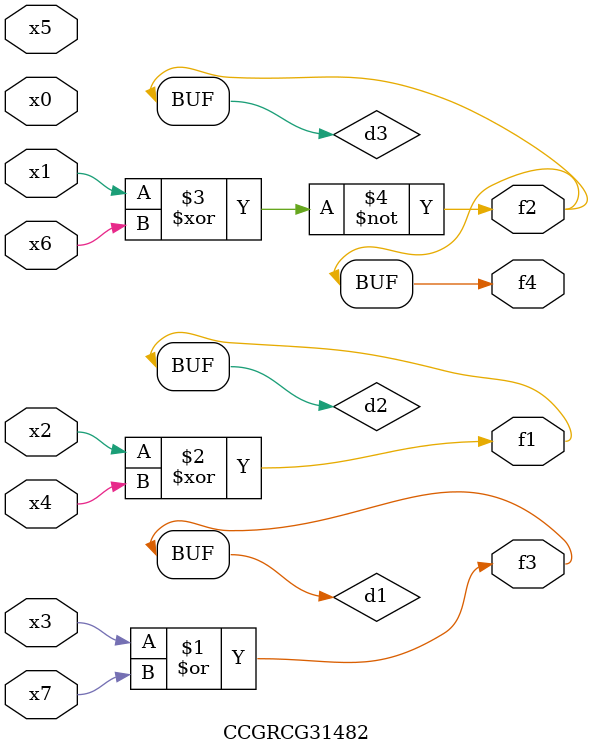
<source format=v>
module CCGRCG31482(
	input x0, x1, x2, x3, x4, x5, x6, x7,
	output f1, f2, f3, f4
);

	wire d1, d2, d3;

	or (d1, x3, x7);
	xor (d2, x2, x4);
	xnor (d3, x1, x6);
	assign f1 = d2;
	assign f2 = d3;
	assign f3 = d1;
	assign f4 = d3;
endmodule

</source>
